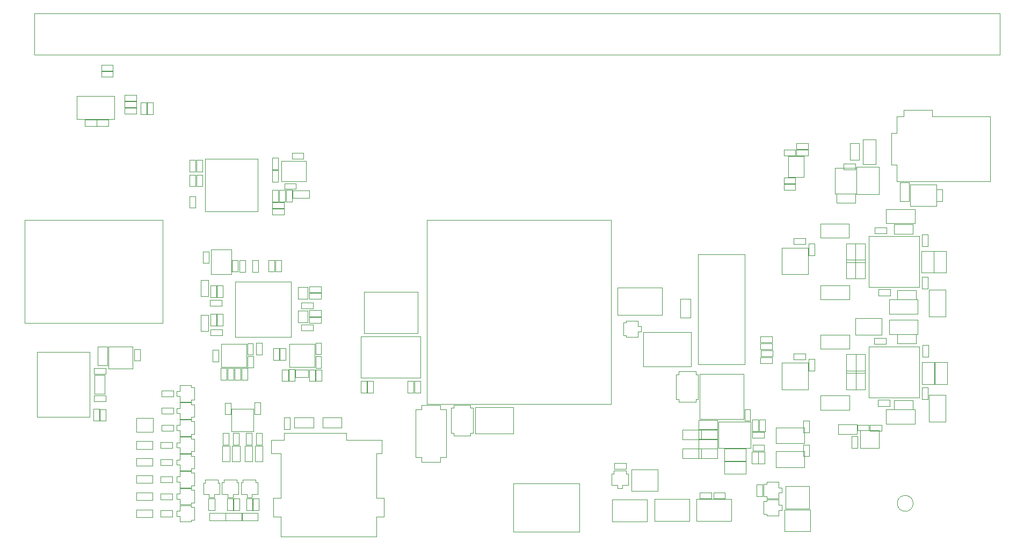
<source format=gbr>
G04 #@! TF.GenerationSoftware,KiCad,Pcbnew,7.0.11-rc3*
G04 #@! TF.CreationDate,2024-11-10T09:22:13+01:00*
G04 #@! TF.ProjectId,sodimm-ddr5-tester,736f6469-6d6d-42d6-9464-72352d746573,1.2.0*
G04 #@! TF.SameCoordinates,Original*
G04 #@! TF.FileFunction,Other,User*
%FSLAX46Y46*%
G04 Gerber Fmt 4.6, Leading zero omitted, Abs format (unit mm)*
G04 Created by KiCad (PCBNEW 7.0.11-rc3) date 2024-11-10 09:22:13*
%MOMM*%
%LPD*%
G01*
G04 APERTURE LIST*
%ADD10C,0.050000*%
G04 APERTURE END LIST*
D10*
X90230501Y-172446000D02*
X90230501Y-170626000D01*
X91150501Y-172446000D02*
X90230501Y-172446000D01*
X90230501Y-170626000D02*
X91150501Y-170626000D01*
X91150501Y-170626000D02*
X91150501Y-172446000D01*
X94812344Y-168462328D02*
X94812344Y-166642328D01*
X95732344Y-168462328D02*
X94812344Y-168462328D01*
X94812344Y-166642328D02*
X95732344Y-166642328D01*
X95732344Y-166642328D02*
X95732344Y-168462328D01*
X90348501Y-168832000D02*
X93547501Y-168832000D01*
X93547501Y-168832000D02*
X93547501Y-164919000D01*
X93547501Y-164919000D02*
X90348501Y-164919000D01*
X90348501Y-164919000D02*
X90348501Y-168832000D01*
X105845000Y-174550000D02*
X107705000Y-174550000D01*
X105845000Y-175490000D02*
X105845000Y-174550000D01*
X107705000Y-174550000D02*
X107705000Y-175490000D01*
X107705000Y-175490000D02*
X105845000Y-175490000D01*
X105845000Y-175575000D02*
X107705000Y-175575000D01*
X105845000Y-176515000D02*
X105845000Y-175575000D01*
X107705000Y-175575000D02*
X107705000Y-176515000D01*
X107705000Y-176515000D02*
X105845000Y-176515000D01*
X105850000Y-170790000D02*
X107710000Y-170790000D01*
X105850000Y-171730000D02*
X105850000Y-170790000D01*
X107710000Y-170790000D02*
X107710000Y-171730000D01*
X107710000Y-171730000D02*
X105850000Y-171730000D01*
X105850000Y-171790000D02*
X107710000Y-171790000D01*
X105850000Y-172730000D02*
X105850000Y-171790000D01*
X107710000Y-171790000D02*
X107710000Y-172730000D01*
X107710000Y-172730000D02*
X105850000Y-172730000D01*
X94970000Y-183670000D02*
X94970000Y-185530000D01*
X94030000Y-183670000D02*
X94970000Y-183670000D01*
X94970000Y-185530000D02*
X94030000Y-185530000D01*
X94030000Y-185530000D02*
X94030000Y-183670000D01*
X92770000Y-183670000D02*
X92770000Y-185530000D01*
X91830000Y-183670000D02*
X92770000Y-183670000D01*
X92770000Y-185530000D02*
X91830000Y-185530000D01*
X91830000Y-185530000D02*
X91830000Y-183670000D01*
X93892843Y-183668328D02*
X93892843Y-185528328D01*
X92952843Y-183668328D02*
X93892843Y-183668328D01*
X93892843Y-185528328D02*
X92952843Y-185528328D01*
X92952843Y-185528328D02*
X92952843Y-183668328D01*
X96070000Y-183670000D02*
X96070000Y-185530000D01*
X95130000Y-183670000D02*
X96070000Y-183670000D01*
X96070000Y-185530000D02*
X95130000Y-185530000D01*
X95130000Y-185530000D02*
X95130000Y-183670000D01*
X96812344Y-168462328D02*
X96812344Y-166642328D01*
X97732344Y-168462328D02*
X96812344Y-168462328D01*
X96812344Y-166642328D02*
X97732344Y-166642328D01*
X97732344Y-166642328D02*
X97732344Y-168462328D01*
X93599829Y-168457157D02*
X93599829Y-166637157D01*
X94519829Y-168457157D02*
X93599829Y-168457157D01*
X93599829Y-166637157D02*
X94519829Y-166637157D01*
X94519829Y-166637157D02*
X94519829Y-168457157D01*
X98360000Y-179690000D02*
X98360000Y-181510000D01*
X97440000Y-179690000D02*
X98360000Y-179690000D01*
X98360000Y-181510000D02*
X97440000Y-181510000D01*
X97440000Y-181510000D02*
X97440000Y-179690000D01*
X104557344Y-176807328D02*
X106377344Y-176807328D01*
X104557344Y-177727328D02*
X104557344Y-176807328D01*
X106377344Y-176807328D02*
X106377344Y-177727328D01*
X106377344Y-177727328D02*
X104557344Y-177727328D01*
X89910501Y-169735000D02*
X88710501Y-169735000D01*
X88710501Y-169735000D02*
X88710501Y-172335000D01*
X88710501Y-172335000D02*
X89910501Y-172335000D01*
X89910501Y-172335000D02*
X89910501Y-169735000D01*
X90122344Y-172912328D02*
X91982344Y-172912328D01*
X90122344Y-173852328D02*
X90122344Y-172912328D01*
X91982344Y-172912328D02*
X91982344Y-173852328D01*
X91982344Y-173852328D02*
X90122344Y-173852328D01*
X91150501Y-175126000D02*
X91150501Y-176946000D01*
X90230501Y-175126000D02*
X91150501Y-175126000D01*
X91150501Y-176946000D02*
X90230501Y-176946000D01*
X90230501Y-176946000D02*
X90230501Y-175126000D01*
X92149001Y-175125000D02*
X92149001Y-176945000D01*
X91229001Y-175125000D02*
X92149001Y-175125000D01*
X92149001Y-176945000D02*
X91229001Y-176945000D01*
X91229001Y-176945000D02*
X91229001Y-175125000D01*
X88710501Y-177835000D02*
X89910501Y-177835000D01*
X89910501Y-177835000D02*
X89910501Y-175235000D01*
X89910501Y-175235000D02*
X88710501Y-175235000D01*
X88710501Y-175235000D02*
X88710501Y-177835000D01*
X89983501Y-165265000D02*
X89983501Y-167085000D01*
X89063501Y-165265000D02*
X89983501Y-165265000D01*
X89983501Y-167085000D02*
X89063501Y-167085000D01*
X89063501Y-167085000D02*
X89063501Y-165265000D01*
X102760200Y-191487299D02*
X102760200Y-193347299D01*
X101820200Y-191487299D02*
X102760200Y-191487299D01*
X102760200Y-193347299D02*
X101820200Y-193347299D01*
X101820200Y-193347299D02*
X101820200Y-191487299D01*
X91229001Y-172445000D02*
X91229001Y-170625000D01*
X92149001Y-172445000D02*
X91229001Y-172445000D01*
X91229001Y-170625000D02*
X92149001Y-170625000D01*
X92149001Y-170625000D02*
X92149001Y-172445000D01*
X99387344Y-168452328D02*
X99387344Y-166632328D01*
X100307344Y-168452328D02*
X99387344Y-168452328D01*
X99387344Y-166632328D02*
X100307344Y-166632328D01*
X100307344Y-166632328D02*
X100307344Y-168452328D01*
X100467344Y-168452328D02*
X100467344Y-166632328D01*
X101387344Y-168452328D02*
X100467344Y-168452328D01*
X100467344Y-166632328D02*
X101387344Y-166632328D01*
X101387344Y-166632328D02*
X101387344Y-168452328D01*
X104558344Y-173307328D02*
X106378344Y-173307328D01*
X104558344Y-174227328D02*
X104558344Y-173307328D01*
X106378344Y-173307328D02*
X106378344Y-174227328D01*
X106378344Y-174227328D02*
X104558344Y-174227328D01*
X99990501Y-158498851D02*
X101810501Y-158498851D01*
X99990501Y-159418851D02*
X99990501Y-158498851D01*
X101810501Y-158498851D02*
X101810501Y-159418851D01*
X101810501Y-159418851D02*
X99990501Y-159418851D01*
X99990501Y-157498851D02*
X101810501Y-157498851D01*
X99990501Y-158418851D02*
X99990501Y-157498851D01*
X101810501Y-157498851D02*
X101810501Y-158418851D01*
X101810501Y-158418851D02*
X99990501Y-158418851D01*
X99940501Y-157368851D02*
X99940501Y-155548851D01*
X100860501Y-157368851D02*
X99940501Y-157368851D01*
X99940501Y-155548851D02*
X100860501Y-155548851D01*
X100860501Y-155548851D02*
X100860501Y-157368851D01*
X88960501Y-153148851D02*
X88960501Y-154968851D01*
X88040501Y-153148851D02*
X88960501Y-153148851D01*
X88960501Y-154968851D02*
X88040501Y-154968851D01*
X88040501Y-154968851D02*
X88040501Y-153148851D01*
X101040501Y-157368851D02*
X101040501Y-155548851D01*
X101960501Y-157368851D02*
X101040501Y-157368851D01*
X101040501Y-155548851D02*
X101960501Y-155548851D01*
X101960501Y-155548851D02*
X101960501Y-157368851D01*
X88040501Y-152643157D02*
X88040501Y-150823157D01*
X88960501Y-152643157D02*
X88040501Y-152643157D01*
X88040501Y-150823157D02*
X88960501Y-150823157D01*
X88960501Y-150823157D02*
X88960501Y-152643157D01*
X102140501Y-157368851D02*
X102140501Y-155548851D01*
X103060501Y-157368851D02*
X102140501Y-157368851D01*
X102140501Y-155548851D02*
X103060501Y-155548851D01*
X103060501Y-155548851D02*
X103060501Y-157368851D01*
X87860501Y-156548851D02*
X87860501Y-158368851D01*
X86940501Y-156548851D02*
X87860501Y-156548851D01*
X87860501Y-158368851D02*
X86940501Y-158368851D01*
X86940501Y-158368851D02*
X86940501Y-156548851D01*
X87860501Y-153148851D02*
X87860501Y-154968851D01*
X86940501Y-153148851D02*
X87860501Y-153148851D01*
X87860501Y-154968851D02*
X86940501Y-154968851D01*
X86940501Y-154968851D02*
X86940501Y-153148851D01*
X86940501Y-152643157D02*
X86940501Y-150823157D01*
X87860501Y-152643157D02*
X86940501Y-152643157D01*
X86940501Y-150823157D02*
X87860501Y-150823157D01*
X87860501Y-150823157D02*
X87860501Y-152643157D01*
X103710501Y-155418851D02*
X101890501Y-155418851D01*
X103710501Y-154498851D02*
X103710501Y-155418851D01*
X101890501Y-155418851D02*
X101890501Y-154498851D01*
X101890501Y-154498851D02*
X103710501Y-154498851D01*
X103090501Y-149698851D02*
X104910501Y-149698851D01*
X103090501Y-150618851D02*
X103090501Y-149698851D01*
X104910501Y-149698851D02*
X104910501Y-150618851D01*
X104910501Y-150618851D02*
X103090501Y-150618851D01*
X105800501Y-156823149D02*
X103200501Y-156823149D01*
X103200501Y-156823149D02*
X103200501Y-155623149D01*
X103200501Y-155623149D02*
X105800501Y-155623149D01*
X105800501Y-155623149D02*
X105800501Y-156823149D01*
X100870501Y-150428851D02*
X100870501Y-152288851D01*
X99930501Y-150428851D02*
X100870501Y-150428851D01*
X100870501Y-152288851D02*
X99930501Y-152288851D01*
X99930501Y-152288851D02*
X99930501Y-150428851D01*
X99930501Y-154288851D02*
X99930501Y-152428851D01*
X100870501Y-154288851D02*
X99930501Y-154288851D01*
X99930501Y-152428851D02*
X100870501Y-152428851D01*
X100870501Y-152428851D02*
X100870501Y-154288851D01*
X101393501Y-151008851D02*
X105306501Y-151008851D01*
X105306501Y-151008851D02*
X105306501Y-154207851D01*
X105306501Y-154207851D02*
X101393501Y-154207851D01*
X101393501Y-154207851D02*
X101393501Y-151008851D01*
X97700501Y-150636000D02*
X89400501Y-150636000D01*
X89400501Y-150636000D02*
X89400501Y-158936000D01*
X89400501Y-158936000D02*
X97700501Y-158936000D01*
X97700501Y-158936000D02*
X97700501Y-150636000D01*
X153375501Y-189301000D02*
X124375501Y-189301000D01*
X124375501Y-189301000D02*
X124375501Y-160301000D01*
X124375501Y-160301000D02*
X153375501Y-160301000D01*
X153375501Y-160301000D02*
X153375501Y-189301000D01*
X90270000Y-177530000D02*
X92130000Y-177530000D01*
X90270000Y-178470000D02*
X90270000Y-177530000D01*
X92130000Y-177530000D02*
X92130000Y-178470000D01*
X92130000Y-178470000D02*
X90270000Y-178470000D01*
X171219500Y-198334502D02*
X174619500Y-198334502D01*
X171219500Y-200294502D02*
X171219500Y-198334502D01*
X174619500Y-198334502D02*
X174619500Y-200294502D01*
X174619500Y-200294502D02*
X171219500Y-200294502D01*
X78533900Y-142494299D02*
X76673900Y-142494299D01*
X78533900Y-141554299D02*
X78533900Y-142494299D01*
X76673900Y-142494299D02*
X76673900Y-141554299D01*
X76673900Y-141554299D02*
X78533900Y-141554299D01*
X89401063Y-201239860D02*
X91401063Y-201239860D01*
X91701063Y-201739860D02*
X91401063Y-201739860D01*
X91701063Y-201739860D02*
X91701063Y-203539860D01*
X91401063Y-201739860D02*
X91401063Y-201239860D01*
X89401063Y-201739860D02*
X89401063Y-201239860D01*
X89101063Y-201739860D02*
X89401063Y-201739860D01*
X91701063Y-203539860D02*
X90801063Y-203539860D01*
X90801063Y-203539860D02*
X90801063Y-204039860D01*
X90001063Y-203539860D02*
X89101063Y-203539860D01*
X89101063Y-203539860D02*
X89101063Y-201739860D01*
X90801063Y-204039860D02*
X90001063Y-204039860D01*
X90001063Y-204039860D02*
X90001063Y-203539860D01*
X201780000Y-178293000D02*
X197220000Y-178293000D01*
X201780000Y-176053000D02*
X201780000Y-178293000D01*
X197220000Y-178293000D02*
X197220000Y-176053000D01*
X197220000Y-176053000D02*
X201780000Y-176053000D01*
X198020000Y-188745000D02*
X200980000Y-188745000D01*
X198020000Y-190205000D02*
X198020000Y-188745000D01*
X200980000Y-188745000D02*
X200980000Y-190205000D01*
X200980000Y-190205000D02*
X198020000Y-190205000D01*
X98466100Y-195910400D02*
X97254900Y-195910400D01*
X97254900Y-195910400D02*
X97254900Y-198399600D01*
X97254900Y-198399600D02*
X98466100Y-198399600D01*
X98466100Y-198399600D02*
X98466100Y-195910400D01*
X78590000Y-197891400D02*
X81079200Y-197891400D01*
X81079200Y-197891400D02*
X81079200Y-199102600D01*
X81079200Y-199102600D02*
X78590000Y-199102600D01*
X78590000Y-199102600D02*
X78590000Y-197891400D01*
X192015501Y-184403000D02*
X192015501Y-181443000D01*
X193475501Y-184403000D02*
X192015501Y-184403000D01*
X192015501Y-181443000D02*
X193475501Y-181443000D01*
X193475501Y-181443000D02*
X193475501Y-184403000D01*
X92496500Y-190939600D02*
X92496500Y-189119600D01*
X93416500Y-190939600D02*
X92496500Y-190939600D01*
X92496500Y-189119600D02*
X93416500Y-189119600D01*
X93416500Y-189119600D02*
X93416500Y-190939600D01*
X198045000Y-160992000D02*
X201005000Y-160992000D01*
X198045000Y-162452000D02*
X198045000Y-160992000D01*
X201005000Y-160992000D02*
X201005000Y-162452000D01*
X201005000Y-162452000D02*
X198045000Y-162452000D01*
X87714500Y-186673000D02*
X87714500Y-188673000D01*
X87214500Y-188973000D02*
X87214500Y-188673000D01*
X87214500Y-188973000D02*
X85414500Y-188973000D01*
X87214500Y-188673000D02*
X87714500Y-188673000D01*
X87214500Y-186673000D02*
X87714500Y-186673000D01*
X87214500Y-186373000D02*
X87214500Y-186673000D01*
X85414500Y-188973000D02*
X85414500Y-188073000D01*
X85414500Y-188073000D02*
X84914500Y-188073000D01*
X85414500Y-187273000D02*
X85414500Y-186373000D01*
X85414500Y-186373000D02*
X87214500Y-186373000D01*
X84914500Y-188073000D02*
X84914500Y-187273000D01*
X84914500Y-187273000D02*
X85414500Y-187273000D01*
X194060000Y-193510000D02*
X192240000Y-193510000D01*
X194060000Y-192590000D02*
X194060000Y-193510000D01*
X192240000Y-193510000D02*
X192240000Y-192590000D01*
X192240000Y-192590000D02*
X194060000Y-192590000D01*
X100130000Y-182380000D02*
X100130000Y-180520000D01*
X101070000Y-182380000D02*
X100130000Y-182380000D01*
X100130000Y-180520000D02*
X101070000Y-180520000D01*
X101070000Y-180520000D02*
X101070000Y-182380000D01*
X196811001Y-162392000D02*
X194951001Y-162392000D01*
X196811001Y-161452000D02*
X196811001Y-162392000D01*
X194951001Y-162392000D02*
X194951001Y-161452000D01*
X194951001Y-161452000D02*
X196811001Y-161452000D01*
X102470000Y-183870000D02*
X102470000Y-185730000D01*
X101530000Y-183870000D02*
X102470000Y-183870000D01*
X102470000Y-185730000D02*
X101530000Y-185730000D01*
X101530000Y-185730000D02*
X101530000Y-183870000D01*
X82712700Y-160262487D02*
X60913700Y-160262487D01*
X60913700Y-160262487D02*
X60913700Y-176562487D01*
X60913700Y-176562487D02*
X82712700Y-176562487D01*
X82712700Y-176562487D02*
X82712700Y-160262487D01*
X190438501Y-166952000D02*
X190438501Y-163992000D01*
X191898501Y-166952000D02*
X190438501Y-166952000D01*
X190438501Y-163992000D02*
X191898501Y-163992000D01*
X191898501Y-163992000D02*
X191898501Y-166952000D01*
X170135501Y-194844502D02*
X167175501Y-194844502D01*
X170135501Y-193384502D02*
X170135501Y-194844502D01*
X167175501Y-194844502D02*
X167175501Y-193384502D01*
X167175501Y-193384502D02*
X170135501Y-193384502D01*
X96883063Y-206073400D02*
X96883063Y-204213400D01*
X97823063Y-206073400D02*
X96883063Y-206073400D01*
X96883063Y-204213400D02*
X97823063Y-204213400D01*
X97823063Y-204213400D02*
X97823063Y-206073400D01*
X169546800Y-203273400D02*
X171366800Y-203273400D01*
X169546800Y-204193400D02*
X169546800Y-203273400D01*
X171366800Y-203273400D02*
X171366800Y-204193400D01*
X171366800Y-204193400D02*
X169546800Y-204193400D01*
X195128400Y-147572600D02*
X193128400Y-147572600D01*
X193128400Y-147572600D02*
X193128400Y-151472600D01*
X193128400Y-151472600D02*
X195128400Y-151472600D01*
X195128400Y-151472600D02*
X195128400Y-147572600D01*
X190060159Y-151369699D02*
X191880159Y-151369699D01*
X190060159Y-152289699D02*
X190060159Y-151369699D01*
X191880159Y-151369699D02*
X191880159Y-152289699D01*
X191880159Y-152289699D02*
X190060159Y-152289699D01*
X198515501Y-178343000D02*
X201475501Y-178343000D01*
X198515501Y-179803000D02*
X198515501Y-178343000D01*
X201475501Y-178343000D02*
X201475501Y-179803000D01*
X201475501Y-179803000D02*
X198515501Y-179803000D01*
X82379200Y-203431000D02*
X84239200Y-203431000D01*
X82379200Y-204371000D02*
X82379200Y-203431000D01*
X84239200Y-203431000D02*
X84239200Y-204371000D01*
X84239200Y-204371000D02*
X82379200Y-204371000D01*
X201280000Y-192445000D02*
X196720000Y-192445000D01*
X201280000Y-190205000D02*
X201280000Y-192445000D01*
X196720000Y-192445000D02*
X196720000Y-190205000D01*
X196720000Y-190205000D02*
X201280000Y-190205000D01*
X62450501Y-127690000D02*
X214680501Y-127690000D01*
X214680501Y-127690000D02*
X214680501Y-134240000D01*
X214680501Y-134240000D02*
X62450501Y-134240000D01*
X62450501Y-134240000D02*
X62450501Y-127690000D01*
X153586000Y-204396400D02*
X159085000Y-204396400D01*
X159085000Y-204396400D02*
X159085000Y-207895400D01*
X159085000Y-207895400D02*
X153586000Y-207895400D01*
X153586000Y-207895400D02*
X153586000Y-204396400D01*
X201780000Y-175095000D02*
X197220000Y-175095000D01*
X201780000Y-172855000D02*
X201780000Y-175095000D01*
X197220000Y-175095000D02*
X197220000Y-172855000D01*
X197220000Y-172855000D02*
X201780000Y-172855000D01*
X171219503Y-196396000D02*
X174619503Y-196396000D01*
X171219503Y-198356000D02*
X171219503Y-196396000D01*
X174619503Y-196396000D02*
X174619503Y-198356000D01*
X174619503Y-198356000D02*
X171219503Y-198356000D01*
X190935500Y-163121000D02*
X186375500Y-163121000D01*
X190935500Y-160881000D02*
X190935500Y-163121000D01*
X186375500Y-163121000D02*
X186375500Y-160881000D01*
X186375500Y-160881000D02*
X190935500Y-160881000D01*
X198501001Y-171392000D02*
X201461001Y-171392000D01*
X198501001Y-172852000D02*
X198501001Y-171392000D01*
X201461001Y-171392000D02*
X201461001Y-172852000D01*
X201461001Y-172852000D02*
X198501001Y-172852000D01*
X191898501Y-166592000D02*
X191898501Y-169552000D01*
X190438501Y-166592000D02*
X191898501Y-166592000D01*
X191898501Y-169552000D02*
X190438501Y-169552000D01*
X190438501Y-169552000D02*
X190438501Y-166592000D01*
X158450501Y-177975000D02*
X158450501Y-183375000D01*
X158450501Y-183375000D02*
X166050501Y-183375000D01*
X166050501Y-177975000D02*
X158450501Y-177975000D01*
X166050501Y-183375000D02*
X166050501Y-177975000D01*
X105560000Y-174610000D02*
X104060000Y-174610000D01*
X104060000Y-174610000D02*
X104060000Y-176460000D01*
X104060000Y-176460000D02*
X105560000Y-176460000D01*
X105560000Y-176460000D02*
X105560000Y-174610000D01*
X93786500Y-195774600D02*
X93786500Y-193914600D01*
X94726500Y-195774600D02*
X93786500Y-195774600D01*
X93786500Y-193914600D02*
X94726500Y-193914600D01*
X94726500Y-193914600D02*
X94726500Y-195774600D01*
X176982500Y-180845000D02*
X178842500Y-180845000D01*
X176982500Y-181785000D02*
X176982500Y-180845000D01*
X178842500Y-180845000D02*
X178842500Y-181785000D01*
X178842500Y-181785000D02*
X176982500Y-181785000D01*
X196101000Y-178414000D02*
X191900000Y-178414000D01*
X191900000Y-178414000D02*
X191900000Y-175788000D01*
X191900000Y-175788000D02*
X196101000Y-175788000D01*
X196101000Y-175788000D02*
X196101000Y-178414000D01*
X177475000Y-203925600D02*
X177475000Y-201925600D01*
X177975000Y-201625600D02*
X177975000Y-201925600D01*
X177975000Y-201625600D02*
X179775000Y-201625600D01*
X177975000Y-201925600D02*
X177475000Y-201925600D01*
X177975000Y-203925600D02*
X177475000Y-203925600D01*
X177975000Y-204225600D02*
X177975000Y-203925600D01*
X179775000Y-201625600D02*
X179775000Y-202525600D01*
X179775000Y-202525600D02*
X180275000Y-202525600D01*
X179775000Y-203325600D02*
X179775000Y-204225600D01*
X179775000Y-204225600D02*
X177975000Y-204225600D01*
X180275000Y-202525600D02*
X180275000Y-203325600D01*
X180275000Y-203325600D02*
X179775000Y-203325600D01*
X175419501Y-192155501D02*
X170321501Y-192155501D01*
X170321501Y-192155501D02*
X170321501Y-196276501D01*
X170321501Y-196276501D02*
X175419501Y-196276501D01*
X175419501Y-196276501D02*
X175419501Y-192155501D01*
X153902600Y-198673800D02*
X155762600Y-198673800D01*
X153902600Y-199613800D02*
X153902600Y-198673800D01*
X155762600Y-198673800D02*
X155762600Y-199613800D01*
X155762600Y-199613800D02*
X153902600Y-199613800D01*
X75047900Y-144344800D02*
X75047900Y-140744800D01*
X75047900Y-144344800D02*
X69147900Y-144344800D01*
X75047900Y-140744800D02*
X69147900Y-140744800D01*
X69147900Y-144344800D02*
X69147900Y-140744800D01*
X92186500Y-195774600D02*
X92186500Y-193914600D01*
X93126500Y-195774600D02*
X92186500Y-195774600D01*
X92186500Y-193914600D02*
X93126500Y-193914600D01*
X93126500Y-193914600D02*
X93126500Y-195774600D01*
X184610000Y-195740000D02*
X184610000Y-197560000D01*
X183690000Y-195740000D02*
X184610000Y-195740000D01*
X184610000Y-197560000D02*
X183690000Y-197560000D01*
X183690000Y-197560000D02*
X183690000Y-195740000D01*
X184610000Y-191990000D02*
X184610000Y-193810000D01*
X183690000Y-191990000D02*
X184610000Y-191990000D01*
X184610000Y-193810000D02*
X183690000Y-193810000D01*
X183690000Y-193810000D02*
X183690000Y-191990000D01*
X82379200Y-200731000D02*
X84239200Y-200731000D01*
X82379200Y-201671000D02*
X82379200Y-200731000D01*
X84239200Y-200731000D02*
X84239200Y-201671000D01*
X84239200Y-201671000D02*
X82379200Y-201671000D01*
X200591899Y-154712600D02*
X200591899Y-158112600D01*
X200591899Y-158112600D02*
X204691899Y-158112600D01*
X204691899Y-154712600D02*
X200591899Y-154712600D01*
X204691899Y-158112600D02*
X204691899Y-154712600D01*
X107711000Y-179674000D02*
X107711000Y-181494000D01*
X106791000Y-179674000D02*
X107711000Y-179674000D01*
X107711000Y-181494000D02*
X106791000Y-181494000D01*
X106791000Y-181494000D02*
X106791000Y-179674000D01*
X165900000Y-175700000D02*
X164300000Y-175700000D01*
X164300000Y-175700000D02*
X164300000Y-172701000D01*
X164300000Y-172701000D02*
X165900000Y-172701000D01*
X165900000Y-172701000D02*
X165900000Y-175700000D01*
X184487107Y-182814000D02*
X180287107Y-182814000D01*
X180287107Y-182814000D02*
X180287107Y-187014000D01*
X184487107Y-187014000D02*
X184487107Y-182814000D01*
X180287107Y-187014000D02*
X184487107Y-187014000D01*
X96960000Y-179740000D02*
X96960000Y-181560000D01*
X96040000Y-179740000D02*
X96960000Y-179740000D01*
X96960000Y-181560000D02*
X96040000Y-181560000D01*
X96040000Y-181560000D02*
X96040000Y-179740000D01*
X202475501Y-181875500D02*
X202475501Y-180015500D01*
X203415501Y-181875500D02*
X202475501Y-181875500D01*
X202475501Y-180015500D02*
X203415501Y-180015500D01*
X203415501Y-180015500D02*
X203415501Y-181875500D01*
X182640000Y-149215000D02*
X184460000Y-149215000D01*
X182640000Y-150135000D02*
X182640000Y-149215000D01*
X184460000Y-149215000D02*
X184460000Y-150135000D01*
X184460000Y-150135000D02*
X182640000Y-150135000D01*
X196725501Y-179880500D02*
X194865501Y-179880500D01*
X196725501Y-178940500D02*
X196725501Y-179880500D01*
X194865501Y-179880500D02*
X194865501Y-178940500D01*
X194865501Y-178940500D02*
X196725501Y-178940500D01*
X202411001Y-164402000D02*
X202411001Y-162542000D01*
X203351001Y-164402000D02*
X202411001Y-164402000D01*
X202411001Y-162542000D02*
X203351001Y-162542000D01*
X203351001Y-162542000D02*
X203351001Y-164402000D01*
X170135502Y-193344501D02*
X167175502Y-193344501D01*
X170135502Y-191884501D02*
X170135502Y-193344501D01*
X167175502Y-193344501D02*
X167175502Y-191884501D01*
X167175502Y-191884501D02*
X170135502Y-191884501D01*
X164050000Y-189011000D02*
X166750000Y-189010000D01*
X163650000Y-188570000D02*
X164050000Y-188570000D01*
X164050000Y-188570000D02*
X164050000Y-189010000D01*
X166750000Y-188570000D02*
X166750000Y-189010000D01*
X166750000Y-188570000D02*
X167150000Y-188570000D01*
X163650000Y-184641000D02*
X163650000Y-188571000D01*
X163650000Y-184641000D02*
X164050000Y-184641000D01*
X166750000Y-184640000D02*
X167150000Y-184640000D01*
X167150000Y-184640000D02*
X167150000Y-188570000D01*
X164050000Y-184201000D02*
X164050000Y-184641000D01*
X164050000Y-184201000D02*
X166750000Y-184200000D01*
X166750000Y-184200000D02*
X166750000Y-184640000D01*
X177475000Y-206675600D02*
X177475000Y-204675600D01*
X177975000Y-204375600D02*
X177975000Y-204675600D01*
X177975000Y-204375600D02*
X179775000Y-204375600D01*
X177975000Y-204675600D02*
X177475000Y-204675600D01*
X177975000Y-206675600D02*
X177475000Y-206675600D01*
X177975000Y-206975600D02*
X177975000Y-206675600D01*
X179775000Y-204375600D02*
X179775000Y-205275600D01*
X179775000Y-205275600D02*
X180275000Y-205275600D01*
X179775000Y-206075600D02*
X179775000Y-206975600D01*
X179775000Y-206975600D02*
X177975000Y-206975600D01*
X180275000Y-205275600D02*
X180275000Y-206075600D01*
X180275000Y-206075600D02*
X179775000Y-206075600D01*
X179400000Y-196800000D02*
X183900000Y-196800000D01*
X179400000Y-199300000D02*
X179400000Y-196800000D01*
X183900000Y-196800000D02*
X183900000Y-199300000D01*
X183900000Y-199300000D02*
X179400000Y-199300000D01*
X74176000Y-145437800D02*
X72316000Y-145437800D01*
X74176000Y-144497800D02*
X74176000Y-145437800D01*
X72316000Y-145437800D02*
X72316000Y-144497800D01*
X72316000Y-144497800D02*
X74176000Y-144497800D01*
X177679502Y-191804502D02*
X177679502Y-193624502D01*
X176759502Y-191804502D02*
X177679502Y-191804502D01*
X177679502Y-193624502D02*
X176759502Y-193624502D01*
X176759502Y-193624502D02*
X176759502Y-191804502D01*
X71825899Y-187960800D02*
X73685899Y-187960800D01*
X71825899Y-188900800D02*
X71825899Y-187960800D01*
X73685899Y-187960800D02*
X73685899Y-188900800D01*
X73685899Y-188900800D02*
X71825899Y-188900800D01*
X201331501Y-160819000D02*
X196771501Y-160819000D01*
X201331501Y-158579000D02*
X201331501Y-160819000D01*
X196771501Y-160819000D02*
X196771501Y-158579000D01*
X196771501Y-158579000D02*
X201331501Y-158579000D01*
X194240000Y-192615000D02*
X196060000Y-192615000D01*
X194240000Y-193535000D02*
X194240000Y-192615000D01*
X196060000Y-192615000D02*
X196060000Y-193535000D01*
X196060000Y-193535000D02*
X194240000Y-193535000D01*
X191938501Y-166952000D02*
X191938501Y-163992000D01*
X193398501Y-166952000D02*
X191938501Y-166952000D01*
X191938501Y-163992000D02*
X193398501Y-163992000D01*
X193398501Y-163992000D02*
X193398501Y-166952000D01*
X167326800Y-203263400D02*
X169186800Y-203263400D01*
X167326800Y-204203400D02*
X167326800Y-203263400D01*
X169186800Y-203263400D02*
X169186800Y-204203400D01*
X169186800Y-204203400D02*
X167326800Y-204203400D01*
X92351063Y-201226321D02*
X94351063Y-201226321D01*
X94651063Y-201726321D02*
X94351063Y-201726321D01*
X94651063Y-201726321D02*
X94651063Y-203526321D01*
X94351063Y-201726321D02*
X94351063Y-201226321D01*
X92351063Y-201726321D02*
X92351063Y-201226321D01*
X92051063Y-201726321D02*
X92351063Y-201726321D01*
X94651063Y-203526321D02*
X93751063Y-203526321D01*
X93751063Y-203526321D02*
X93751063Y-204026321D01*
X92951063Y-203526321D02*
X92051063Y-203526321D01*
X92051063Y-203526321D02*
X92051063Y-201726321D01*
X93751063Y-204026321D02*
X92951063Y-204026321D01*
X92951063Y-204026321D02*
X92951063Y-203526321D01*
X82379200Y-206131000D02*
X84239200Y-206131000D01*
X82379200Y-207071000D02*
X82379200Y-206131000D01*
X84239200Y-206131000D02*
X84239200Y-207071000D01*
X84239200Y-207071000D02*
X82379200Y-207071000D01*
X123350000Y-185150000D02*
X113950000Y-185150000D01*
X113950000Y-185150000D02*
X113950000Y-178650000D01*
X113950000Y-178650000D02*
X123350000Y-178650000D01*
X123350000Y-178650000D02*
X123350000Y-185150000D01*
X77955899Y-180270800D02*
X74155899Y-180270800D01*
X74155899Y-180270800D02*
X74155899Y-183780800D01*
X74155899Y-183780800D02*
X77955899Y-183780800D01*
X77955899Y-183780800D02*
X77955899Y-180270800D01*
X192675000Y-193448000D02*
X195673000Y-193448000D01*
X195673000Y-193448000D02*
X195673000Y-196250000D01*
X195673000Y-196250000D02*
X192675000Y-196250000D01*
X192675000Y-196250000D02*
X192675000Y-193448000D01*
X176970000Y-178645000D02*
X178830000Y-178645000D01*
X176970000Y-179585000D02*
X176970000Y-178645000D01*
X178830000Y-178645000D02*
X178830000Y-179585000D01*
X178830000Y-179585000D02*
X176970000Y-179585000D01*
X82379200Y-195331000D02*
X84239200Y-195331000D01*
X82379200Y-196271000D02*
X82379200Y-195331000D01*
X84239200Y-195331000D02*
X84239200Y-196271000D01*
X84239200Y-196271000D02*
X82379200Y-196271000D01*
X87709200Y-202901000D02*
X87709200Y-204901000D01*
X87209200Y-205201000D02*
X87209200Y-204901000D01*
X87209200Y-205201000D02*
X85409200Y-205201000D01*
X87209200Y-204901000D02*
X87709200Y-204901000D01*
X87209200Y-202901000D02*
X87709200Y-202901000D01*
X87209200Y-202601000D02*
X87209200Y-202901000D01*
X85409200Y-205201000D02*
X85409200Y-204301000D01*
X85409200Y-204301000D02*
X84909200Y-204301000D01*
X85409200Y-203501000D02*
X85409200Y-202601000D01*
X85409200Y-202601000D02*
X87209200Y-202601000D01*
X84909200Y-204301000D02*
X84909200Y-203501000D01*
X84909200Y-203501000D02*
X85409200Y-203501000D01*
X190515501Y-184403000D02*
X190515501Y-181443000D01*
X191975501Y-184403000D02*
X190515501Y-184403000D01*
X190515501Y-181443000D02*
X191975501Y-181443000D01*
X191975501Y-181443000D02*
X191975501Y-184403000D01*
X123320000Y-185670000D02*
X123320000Y-187530000D01*
X122380000Y-185670000D02*
X123320000Y-185670000D01*
X123320000Y-187530000D02*
X122380000Y-187530000D01*
X122380000Y-187530000D02*
X122380000Y-185670000D01*
X201993501Y-162859500D02*
X193994501Y-162859500D01*
X193994501Y-162859500D02*
X193994501Y-170858500D01*
X193994501Y-170858500D02*
X201993501Y-170858500D01*
X201993501Y-170858500D02*
X201993501Y-162859500D01*
X202020501Y-180310500D02*
X194021501Y-180310500D01*
X194021501Y-180310500D02*
X194021501Y-188309500D01*
X194021501Y-188309500D02*
X202020501Y-188309500D01*
X202020501Y-188309500D02*
X202020501Y-180310500D01*
X93893063Y-206083400D02*
X93893063Y-204223400D01*
X94833063Y-206083400D02*
X93893063Y-206083400D01*
X93893063Y-204223400D02*
X94833063Y-204223400D01*
X94833063Y-204223400D02*
X94833063Y-206083400D01*
X82565100Y-189903000D02*
X84425100Y-189903000D01*
X82565100Y-190843000D02*
X82565100Y-189903000D01*
X84425100Y-189903000D02*
X84425100Y-190843000D01*
X84425100Y-190843000D02*
X82565100Y-190843000D01*
X79208900Y-143584299D02*
X79208900Y-141724299D01*
X80148900Y-143584299D02*
X79208900Y-143584299D01*
X79208900Y-141724299D02*
X80148900Y-141724299D01*
X80148900Y-141724299D02*
X80148900Y-143584299D01*
X181291000Y-153525000D02*
X183791000Y-153525000D01*
X181291000Y-153525000D02*
X181291000Y-150225000D01*
X183791000Y-153525000D02*
X183791000Y-150225000D01*
X181291000Y-150225000D02*
X183791000Y-150225000D01*
X197325501Y-189630500D02*
X195465501Y-189630500D01*
X197325501Y-188690500D02*
X197325501Y-189630500D01*
X195465501Y-189630500D02*
X195465501Y-188690500D01*
X195465501Y-188690500D02*
X197325501Y-188690500D01*
X192205000Y-194030000D02*
X189245000Y-194030000D01*
X192205000Y-192570000D02*
X192205000Y-194030000D01*
X189245000Y-194030000D02*
X189245000Y-192570000D01*
X189245000Y-192570000D02*
X192205000Y-192570000D01*
X132000000Y-189799000D02*
X137999000Y-189799000D01*
X137999000Y-189799000D02*
X137999000Y-194000000D01*
X137999000Y-194000000D02*
X132000000Y-194000000D01*
X132000000Y-194000000D02*
X132000000Y-189799000D01*
X107770000Y-183870000D02*
X107770000Y-185730000D01*
X106830000Y-183870000D02*
X107770000Y-183870000D01*
X107770000Y-185730000D02*
X106830000Y-185730000D01*
X106830000Y-185730000D02*
X106830000Y-183870000D01*
X95883063Y-206086321D02*
X95883063Y-204226321D01*
X96823063Y-206086321D02*
X95883063Y-206086321D01*
X95883063Y-204226321D02*
X96823063Y-204226321D01*
X96823063Y-204226321D02*
X96823063Y-206086321D01*
X200421899Y-154382600D02*
X200421899Y-157342600D01*
X198961899Y-154382600D02*
X200421899Y-154382600D01*
X200421899Y-157342600D02*
X198961899Y-157342600D01*
X198961899Y-157342600D02*
X198961899Y-154382600D01*
X103449200Y-193037800D02*
X106448200Y-193037800D01*
X106448200Y-193037800D02*
X106448200Y-191437800D01*
X106448200Y-191437800D02*
X103449200Y-191437800D01*
X103449200Y-191437800D02*
X103449200Y-193037800D01*
X105560000Y-170910000D02*
X104060000Y-170910000D01*
X104060000Y-170910000D02*
X104060000Y-172760000D01*
X104060000Y-172760000D02*
X105560000Y-172760000D01*
X105560000Y-172760000D02*
X105560000Y-170910000D01*
X203365501Y-186730500D02*
X203365501Y-188590500D01*
X202425501Y-186730500D02*
X203365501Y-186730500D01*
X203365501Y-188590500D02*
X202425501Y-188590500D01*
X202425501Y-188590500D02*
X202425501Y-186730500D01*
X82565100Y-187210600D02*
X84425100Y-187210600D01*
X82565100Y-188150600D02*
X82565100Y-187210600D01*
X84425100Y-187210600D02*
X84425100Y-188150600D01*
X84425100Y-188150600D02*
X82565100Y-188150600D01*
X106651000Y-179835000D02*
X102701000Y-179835000D01*
X102701000Y-179835000D02*
X102701000Y-183485000D01*
X102701000Y-183485000D02*
X106651000Y-183485000D01*
X106651000Y-183485000D02*
X106651000Y-179835000D01*
X204415501Y-186160500D02*
X204415501Y-182760500D01*
X206375501Y-186160500D02*
X204415501Y-186160500D01*
X204415501Y-182760500D02*
X206375501Y-182760500D01*
X206375501Y-182760500D02*
X206375501Y-186160500D01*
X182460000Y-150110000D02*
X180640000Y-150110000D01*
X182460000Y-149190000D02*
X182460000Y-150110000D01*
X180640000Y-150110000D02*
X180640000Y-149190000D01*
X180640000Y-149190000D02*
X182460000Y-149190000D01*
X190955000Y-172820000D02*
X186395000Y-172820000D01*
X190955000Y-170580000D02*
X190955000Y-172820000D01*
X186395000Y-172820000D02*
X186395000Y-170580000D01*
X186395000Y-170580000D02*
X190955000Y-170580000D01*
X81162900Y-141737299D02*
X81162900Y-143597299D01*
X80222900Y-141737299D02*
X81162900Y-141737299D01*
X81162900Y-143597299D02*
X80222900Y-143597299D01*
X80222900Y-143597299D02*
X80222900Y-141737299D01*
X192068901Y-156225600D02*
X195628901Y-156225600D01*
X192068901Y-156225600D02*
X192068901Y-151865600D01*
X195628901Y-156225600D02*
X195628901Y-151865600D01*
X192068901Y-151865600D02*
X195628901Y-151865600D01*
X87709200Y-194801000D02*
X87709200Y-196801000D01*
X87209200Y-197101000D02*
X87209200Y-196801000D01*
X87209200Y-197101000D02*
X85409200Y-197101000D01*
X87209200Y-196801000D02*
X87709200Y-196801000D01*
X87209200Y-194801000D02*
X87709200Y-194801000D01*
X87209200Y-194501000D02*
X87209200Y-194801000D01*
X85409200Y-197101000D02*
X85409200Y-196201000D01*
X85409200Y-196201000D02*
X84909200Y-196201000D01*
X85409200Y-195401000D02*
X85409200Y-194501000D01*
X85409200Y-194501000D02*
X87209200Y-194501000D01*
X84909200Y-196201000D02*
X84909200Y-195401000D01*
X84909200Y-195401000D02*
X85409200Y-195401000D01*
X191305000Y-196265000D02*
X191305000Y-194405000D01*
X192245000Y-196265000D02*
X191305000Y-196265000D01*
X191305000Y-194405000D02*
X192245000Y-194405000D01*
X192245000Y-194405000D02*
X192245000Y-196265000D01*
X78590000Y-205991400D02*
X81079200Y-205991400D01*
X81079200Y-205991400D02*
X81079200Y-207202600D01*
X81079200Y-207202600D02*
X78590000Y-207202600D01*
X78590000Y-207202600D02*
X78590000Y-205991400D01*
X82379200Y-198031000D02*
X84239200Y-198031000D01*
X82379200Y-198971000D02*
X82379200Y-198031000D01*
X84239200Y-198031000D02*
X84239200Y-198971000D01*
X84239200Y-198971000D02*
X82379200Y-198971000D01*
X96090000Y-183610000D02*
X96090000Y-181790000D01*
X97010000Y-183610000D02*
X96090000Y-183610000D01*
X96090000Y-181790000D02*
X97010000Y-181790000D01*
X97010000Y-181790000D02*
X97010000Y-183610000D01*
X131250000Y-189489000D02*
X128550000Y-189490000D01*
X131650000Y-189930000D02*
X131250000Y-189930000D01*
X131250000Y-189930000D02*
X131250000Y-189490000D01*
X128550000Y-189930000D02*
X128550000Y-189490000D01*
X128550000Y-189930000D02*
X128150000Y-189930000D01*
X131650000Y-193859000D02*
X131650000Y-189929000D01*
X131650000Y-193859000D02*
X131250000Y-193859000D01*
X128550000Y-193860000D02*
X128150000Y-193860000D01*
X128150000Y-193860000D02*
X128150000Y-189930000D01*
X131250000Y-194299000D02*
X131250000Y-193859000D01*
X131250000Y-194299000D02*
X128550000Y-194300000D01*
X128550000Y-194300000D02*
X128550000Y-193860000D01*
X190980000Y-190220000D02*
X186420000Y-190220000D01*
X190980000Y-187980000D02*
X190980000Y-190220000D01*
X186420000Y-190220000D02*
X186420000Y-187980000D01*
X186420000Y-187980000D02*
X190980000Y-187980000D01*
X96866100Y-195910400D02*
X95654900Y-195910400D01*
X95654900Y-195910400D02*
X95654900Y-198399600D01*
X95654900Y-198399600D02*
X96866100Y-198399600D01*
X96866100Y-198399600D02*
X96866100Y-195910400D01*
X95786500Y-195789600D02*
X95786500Y-193929600D01*
X96726500Y-195789600D02*
X95786500Y-195789600D01*
X95786500Y-193929600D02*
X96726500Y-193929600D01*
X96726500Y-193929600D02*
X96726500Y-195789600D01*
X153787600Y-199843800D02*
X155787600Y-199843800D01*
X156087600Y-200343800D02*
X155787600Y-200343800D01*
X156087600Y-200343800D02*
X156087600Y-202143800D01*
X155787600Y-200343800D02*
X155787600Y-199843800D01*
X153787600Y-200343800D02*
X153787600Y-199843800D01*
X153487600Y-200343800D02*
X153787600Y-200343800D01*
X156087600Y-202143800D02*
X155187600Y-202143800D01*
X155187600Y-202143800D02*
X155187600Y-202643800D01*
X154387600Y-202143800D02*
X153487600Y-202143800D01*
X153487600Y-202143800D02*
X153487600Y-200343800D01*
X155187600Y-202643800D02*
X154387600Y-202643800D01*
X154387600Y-202643800D02*
X154387600Y-202143800D01*
X176300000Y-203900600D02*
X176300000Y-202040600D01*
X177240000Y-203900600D02*
X176300000Y-203900600D01*
X176300000Y-202040600D02*
X177240000Y-202040600D01*
X177240000Y-202040600D02*
X177240000Y-203900600D01*
X92592363Y-207704800D02*
X90103163Y-207704800D01*
X90103163Y-207704800D02*
X90103163Y-206493600D01*
X90103163Y-206493600D02*
X92592363Y-206493600D01*
X92592363Y-206493600D02*
X92592363Y-207704800D01*
X191103400Y-150782600D02*
X192503400Y-150782600D01*
X192503400Y-150782600D02*
X192503400Y-148162600D01*
X192503400Y-148162600D02*
X191103400Y-148162600D01*
X191103400Y-148162600D02*
X191103400Y-150782600D01*
X73555899Y-187730800D02*
X71955899Y-187730800D01*
X71955899Y-187730800D02*
X71955899Y-184731800D01*
X71955899Y-184731800D02*
X73555899Y-184731800D01*
X73555899Y-184731800D02*
X73555899Y-187730800D01*
X165717400Y-207820200D02*
X160218400Y-207820200D01*
X160218400Y-207820200D02*
X160218400Y-204321200D01*
X160218400Y-204321200D02*
X165717400Y-204321200D01*
X165717400Y-204321200D02*
X165717400Y-207820200D01*
X184487107Y-164650000D02*
X180287107Y-164650000D01*
X180287107Y-164650000D02*
X180287107Y-168850000D01*
X184487107Y-168850000D02*
X184487107Y-164650000D01*
X180287107Y-168850000D02*
X184487107Y-168850000D01*
X182631000Y-148190001D02*
X184451000Y-148190001D01*
X182631000Y-149110001D02*
X182631000Y-148190001D01*
X184451000Y-148190001D02*
X184451000Y-149110001D01*
X184451000Y-149110001D02*
X182631000Y-149110001D01*
X93505500Y-190129600D02*
X97004500Y-190129600D01*
X97004500Y-190129600D02*
X97004500Y-193628600D01*
X97004500Y-193628600D02*
X93505500Y-193628600D01*
X93505500Y-193628600D02*
X93505500Y-190129600D01*
X202351001Y-168622000D02*
X202351001Y-165222000D01*
X204311001Y-168622000D02*
X202351001Y-168622000D01*
X202351001Y-165222000D02*
X204311001Y-165222000D01*
X204311001Y-165222000D02*
X204311001Y-168622000D01*
X94866100Y-195910400D02*
X93654900Y-195910400D01*
X93654900Y-195910400D02*
X93654900Y-198399600D01*
X93654900Y-198399600D02*
X94866100Y-198399600D01*
X94866100Y-198399600D02*
X94866100Y-195910400D01*
X97386500Y-195774600D02*
X97386500Y-193914600D01*
X98326500Y-195774600D02*
X97386500Y-195774600D01*
X97386500Y-193914600D02*
X98326500Y-193914600D01*
X98326500Y-193914600D02*
X98326500Y-195774600D01*
X184808800Y-209379800D02*
X184808800Y-205979800D01*
X184808800Y-205979800D02*
X180708800Y-205979800D01*
X180708800Y-209379800D02*
X184808800Y-209379800D01*
X180708800Y-205979800D02*
X180708800Y-209379800D01*
X179400000Y-193050000D02*
X183900000Y-193050000D01*
X179400000Y-195550000D02*
X179400000Y-193050000D01*
X183900000Y-193050000D02*
X183900000Y-195550000D01*
X183900000Y-195550000D02*
X179400000Y-195550000D01*
X115920000Y-185670000D02*
X115920000Y-187530000D01*
X114980000Y-185670000D02*
X115920000Y-185670000D01*
X115920000Y-187530000D02*
X114980000Y-187530000D01*
X114980000Y-187530000D02*
X114980000Y-185670000D01*
X106720000Y-183870000D02*
X106720000Y-185730000D01*
X105780000Y-183870000D02*
X106720000Y-183870000D01*
X106720000Y-185730000D02*
X105780000Y-185730000D01*
X105780000Y-185730000D02*
X105780000Y-183870000D01*
X78590000Y-200591400D02*
X81079200Y-200591400D01*
X81079200Y-200591400D02*
X81079200Y-201802600D01*
X81079200Y-201802600D02*
X78590000Y-201802600D01*
X78590000Y-201802600D02*
X78590000Y-200591400D01*
X154400000Y-170950000D02*
X161400000Y-170950000D01*
X161400000Y-170950000D02*
X161400000Y-175250000D01*
X161400000Y-175250000D02*
X154400000Y-175250000D01*
X154400000Y-175250000D02*
X154400000Y-170950000D01*
X81188300Y-193733600D02*
X78588300Y-193733600D01*
X78588300Y-193733600D02*
X78588300Y-191533600D01*
X78588300Y-191533600D02*
X81188300Y-191533600D01*
X81188300Y-191533600D02*
X81188300Y-193733600D01*
X72474899Y-183260800D02*
X72474899Y-180300800D01*
X73934899Y-183260800D02*
X72474899Y-183260800D01*
X72474899Y-180300800D02*
X73934899Y-180300800D01*
X73934899Y-180300800D02*
X73934899Y-183260800D01*
X180656000Y-153590000D02*
X182476000Y-153590000D01*
X180656000Y-154510000D02*
X180656000Y-153590000D01*
X182476000Y-153590000D02*
X182476000Y-154510000D01*
X182476000Y-154510000D02*
X180656000Y-154510000D01*
X123490501Y-189471000D02*
X126500501Y-189471000D01*
X127400501Y-190201000D02*
X126500501Y-190201000D01*
X127400501Y-190201000D02*
X127400501Y-197746000D01*
X126500501Y-190201000D02*
X126500501Y-189471000D01*
X123490501Y-190206000D02*
X123490501Y-189471000D01*
X122600501Y-190206000D02*
X123490501Y-190206000D01*
X127400501Y-197746000D02*
X126510501Y-197746000D01*
X126510501Y-197746000D02*
X126510501Y-198481000D01*
X123490501Y-197746000D02*
X122600501Y-197746000D01*
X122600501Y-197746000D02*
X122600501Y-190206000D01*
X126510501Y-198481000D02*
X123500501Y-198481000D01*
X123490501Y-198481000D02*
X123490501Y-197746000D01*
X175610501Y-198706000D02*
X175610501Y-196846000D01*
X176550501Y-198706000D02*
X175610501Y-198706000D01*
X175610501Y-196846000D02*
X176550501Y-196846000D01*
X176550501Y-196846000D02*
X176550501Y-198706000D01*
X172346800Y-207820000D02*
X166847800Y-207820000D01*
X166847800Y-207820000D02*
X166847800Y-204321000D01*
X166847800Y-204321000D02*
X172346800Y-204321000D01*
X172346800Y-204321000D02*
X172346800Y-207820000D01*
X87709200Y-205601000D02*
X87709200Y-207601000D01*
X87209200Y-207901000D02*
X87209200Y-207601000D01*
X87209200Y-207901000D02*
X85409200Y-207901000D01*
X87209200Y-207601000D02*
X87709200Y-207601000D01*
X87209200Y-205601000D02*
X87709200Y-205601000D01*
X87209200Y-205301000D02*
X87209200Y-205601000D01*
X85409200Y-207901000D02*
X85409200Y-207001000D01*
X85409200Y-207001000D02*
X84909200Y-207001000D01*
X85409200Y-206201000D02*
X85409200Y-205301000D01*
X85409200Y-205301000D02*
X87209200Y-205301000D01*
X84909200Y-207001000D02*
X84909200Y-206201000D01*
X84909200Y-206201000D02*
X85409200Y-206201000D01*
X73685899Y-184600800D02*
X71825899Y-184600800D01*
X73685899Y-183660800D02*
X73685899Y-184600800D01*
X71825899Y-184600800D02*
X71825899Y-183660800D01*
X71825899Y-183660800D02*
X73685899Y-183660800D01*
X95351063Y-201226321D02*
X97351063Y-201226321D01*
X97651063Y-201726321D02*
X97351063Y-201726321D01*
X97651063Y-201726321D02*
X97651063Y-203526321D01*
X97351063Y-201726321D02*
X97351063Y-201226321D01*
X95351063Y-201726321D02*
X95351063Y-201226321D01*
X95051063Y-201726321D02*
X95351063Y-201726321D01*
X97651063Y-203526321D02*
X96751063Y-203526321D01*
X96751063Y-203526321D02*
X96751063Y-204026321D01*
X95951063Y-203526321D02*
X95051063Y-203526321D01*
X95051063Y-203526321D02*
X95051063Y-201726321D01*
X96751063Y-204026321D02*
X95951063Y-204026321D01*
X95951063Y-204026321D02*
X95951063Y-203526321D01*
X177529502Y-196674503D02*
X175709502Y-196674503D01*
X177529502Y-195754503D02*
X177529502Y-196674503D01*
X175709502Y-196674503D02*
X175709502Y-195754503D01*
X175709502Y-195754503D02*
X177529502Y-195754503D01*
X74826600Y-137721600D02*
X73006600Y-137721600D01*
X74826600Y-136801600D02*
X74826600Y-137721600D01*
X73006600Y-137721600D02*
X73006600Y-136801600D01*
X73006600Y-136801600D02*
X74826600Y-136801600D01*
X176579502Y-191804502D02*
X176579502Y-193624502D01*
X175659502Y-191804502D02*
X176579502Y-191804502D01*
X176579502Y-193624502D02*
X175659502Y-193624502D01*
X175659502Y-193624502D02*
X175659502Y-191804502D01*
X99765200Y-194967299D02*
X99765200Y-197117299D01*
X99765200Y-194967299D02*
X101815200Y-194967299D01*
X100165200Y-207117299D02*
X100165200Y-204167299D01*
X100165200Y-207117299D02*
X101315200Y-207117299D01*
X101315200Y-197117299D02*
X99765200Y-197117299D01*
X101315200Y-197117299D02*
X101315200Y-204167299D01*
X101315200Y-204167299D02*
X100165200Y-204167299D01*
X101315200Y-210267299D02*
X101315200Y-207117299D01*
X101815200Y-193867299D02*
X101815200Y-194967299D01*
X101815200Y-193867299D02*
X111615200Y-193867299D01*
X111615200Y-194967299D02*
X111615200Y-193867299D01*
X116365200Y-197117299D02*
X117265200Y-197117299D01*
X116365200Y-204167299D02*
X116365200Y-197117299D01*
X116365200Y-204167299D02*
X117565200Y-204167299D01*
X116365200Y-210267299D02*
X101315200Y-210267299D01*
X116365200Y-210267299D02*
X116365200Y-207117299D01*
X117265200Y-194967299D02*
X111615200Y-194967299D01*
X117265200Y-194967299D02*
X117265200Y-197117299D01*
X117565200Y-207117299D02*
X116365200Y-207117299D01*
X117565200Y-207117299D02*
X117565200Y-204167299D01*
X180656000Y-154614999D02*
X182476000Y-154614999D01*
X180656000Y-155534999D02*
X180656000Y-154614999D01*
X182476000Y-154614999D02*
X182476000Y-155534999D01*
X182476000Y-155534999D02*
X180656000Y-155534999D01*
X190955000Y-180619000D02*
X186395000Y-180619000D01*
X190955000Y-178379000D02*
X190955000Y-180619000D01*
X186395000Y-180619000D02*
X186395000Y-178379000D01*
X186395000Y-178379000D02*
X190955000Y-178379000D01*
X92883063Y-206086321D02*
X92883063Y-204226321D01*
X93823063Y-206086321D02*
X92883063Y-206086321D01*
X92883063Y-204226321D02*
X93823063Y-204226321D01*
X93823063Y-204226321D02*
X93823063Y-206086321D01*
X167580501Y-197844501D02*
X164620501Y-197844501D01*
X167580501Y-196384501D02*
X167580501Y-197844501D01*
X164620501Y-197844501D02*
X164620501Y-196384501D01*
X164620501Y-196384501D02*
X167580501Y-196384501D01*
X78244899Y-182474800D02*
X78244899Y-180654800D01*
X79164899Y-182474800D02*
X78244899Y-182474800D01*
X78244899Y-180654800D02*
X79164899Y-180654800D01*
X79164899Y-180654800D02*
X79164899Y-182474800D01*
X203351001Y-169292000D02*
X203351001Y-171152000D01*
X202411001Y-169292000D02*
X203351001Y-169292000D01*
X203351001Y-171152000D02*
X202411001Y-171152000D01*
X202411001Y-171152000D02*
X202411001Y-169292000D01*
X185470000Y-182185000D02*
X185470000Y-184045000D01*
X184530000Y-182185000D02*
X185470000Y-182185000D01*
X185470000Y-184045000D02*
X184530000Y-184045000D01*
X184530000Y-184045000D02*
X184530000Y-182185000D01*
X78543900Y-141464299D02*
X76683900Y-141464299D01*
X78543900Y-140524299D02*
X78543900Y-141464299D01*
X76683900Y-141464299D02*
X76683900Y-140524299D01*
X76683900Y-140524299D02*
X78543900Y-140524299D01*
X122269499Y-185670000D02*
X122269499Y-187530000D01*
X121329499Y-185670000D02*
X122269499Y-185670000D01*
X122269499Y-187530000D02*
X121329499Y-187530000D01*
X121329499Y-187530000D02*
X121329499Y-185670000D01*
X122900501Y-171676000D02*
X122900501Y-178166000D01*
X114410501Y-171676000D02*
X122900501Y-171676000D01*
X122900501Y-178166000D02*
X114410501Y-178166000D01*
X114410501Y-178166000D02*
X114410501Y-171676000D01*
X102120000Y-180520000D02*
X102120000Y-182380000D01*
X101180000Y-180520000D02*
X102120000Y-180520000D01*
X102120000Y-182380000D02*
X101180000Y-182380000D01*
X101180000Y-182380000D02*
X101180000Y-180520000D01*
X182210107Y-181355000D02*
X184030107Y-181355000D01*
X182210107Y-182275000D02*
X182210107Y-181355000D01*
X184030107Y-181355000D02*
X184030107Y-182275000D01*
X184030107Y-182275000D02*
X182210107Y-182275000D01*
X87709200Y-197501000D02*
X87709200Y-199501000D01*
X87209200Y-199801000D02*
X87209200Y-199501000D01*
X87209200Y-199801000D02*
X85409200Y-199801000D01*
X87209200Y-199501000D02*
X87709200Y-199501000D01*
X87209200Y-197501000D02*
X87709200Y-197501000D01*
X87209200Y-197201000D02*
X87209200Y-197501000D01*
X85409200Y-199801000D02*
X85409200Y-198901000D01*
X85409200Y-198901000D02*
X84909200Y-198901000D01*
X85409200Y-198101000D02*
X85409200Y-197201000D01*
X85409200Y-197201000D02*
X87209200Y-197201000D01*
X84909200Y-198901000D02*
X84909200Y-198101000D01*
X84909200Y-198101000D02*
X85409200Y-198101000D01*
X87709200Y-200201000D02*
X87709200Y-202201000D01*
X87209200Y-202501000D02*
X87209200Y-202201000D01*
X87209200Y-202501000D02*
X85409200Y-202501000D01*
X87209200Y-202201000D02*
X87709200Y-202201000D01*
X87209200Y-200201000D02*
X87709200Y-200201000D01*
X87209200Y-199901000D02*
X87209200Y-200201000D01*
X85409200Y-202501000D02*
X85409200Y-201601000D01*
X85409200Y-201601000D02*
X84909200Y-201601000D01*
X85409200Y-200801000D02*
X85409200Y-199901000D01*
X85409200Y-199901000D02*
X87209200Y-199901000D01*
X84909200Y-201601000D02*
X84909200Y-200801000D01*
X84909200Y-200801000D02*
X85409200Y-200801000D01*
X160750000Y-203075800D02*
X160750000Y-199675800D01*
X160750000Y-199675800D02*
X156650000Y-199675800D01*
X156650000Y-203075800D02*
X160750000Y-203075800D01*
X156650000Y-199675800D02*
X156650000Y-203075800D01*
X73006600Y-135799600D02*
X74826600Y-135799600D01*
X73006600Y-136719600D02*
X73006600Y-135799600D01*
X74826600Y-135799600D02*
X74826600Y-136719600D01*
X74826600Y-136719600D02*
X73006600Y-136719600D01*
X203486000Y-192101000D02*
X206112000Y-192101000D01*
X206112000Y-192101000D02*
X206112000Y-187900000D01*
X206112000Y-187900000D02*
X203486000Y-187900000D01*
X203486000Y-187900000D02*
X203486000Y-192101000D01*
X107899200Y-193037800D02*
X110898200Y-193037800D01*
X110898200Y-193037800D02*
X110898200Y-191437800D01*
X110898200Y-191437800D02*
X107899200Y-191437800D01*
X107899200Y-191437800D02*
X107899200Y-193037800D01*
X176970000Y-181945000D02*
X178830000Y-181945000D01*
X176970000Y-182885000D02*
X176970000Y-181945000D01*
X178830000Y-181945000D02*
X178830000Y-182885000D01*
X178830000Y-182885000D02*
X176970000Y-182885000D01*
X82488900Y-192595400D02*
X84348900Y-192595400D01*
X82488900Y-193535400D02*
X82488900Y-192595400D01*
X84348900Y-192595400D02*
X84348900Y-193535400D01*
X84348900Y-193535400D02*
X82488900Y-193535400D01*
X182210108Y-163191000D02*
X184030108Y-163191000D01*
X182210108Y-164111000D02*
X182210108Y-163191000D01*
X184030108Y-163191000D02*
X184030108Y-164111000D01*
X184030108Y-164111000D02*
X182210108Y-164111000D01*
X97692363Y-207704800D02*
X95203163Y-207704800D01*
X95203163Y-207704800D02*
X95203163Y-206493600D01*
X95203163Y-206493600D02*
X97692363Y-206493600D01*
X97692363Y-206493600D02*
X97692363Y-207704800D01*
X202415501Y-186160500D02*
X202415501Y-182760500D01*
X204375501Y-186160500D02*
X202415501Y-186160500D01*
X202415501Y-182760500D02*
X204375501Y-182760500D01*
X204375501Y-182760500D02*
X204375501Y-186160500D01*
X95131862Y-207728800D02*
X92642662Y-207728800D01*
X92642662Y-207728800D02*
X92642662Y-206517600D01*
X92642662Y-206517600D02*
X95131862Y-206517600D01*
X95131862Y-206517600D02*
X95131862Y-207728800D01*
X174275501Y-191726000D02*
X167375501Y-191726000D01*
X167375501Y-191726000D02*
X167375501Y-184626000D01*
X167375501Y-184626000D02*
X174275501Y-184626000D01*
X174275501Y-184626000D02*
X174275501Y-191726000D01*
X148405200Y-201863800D02*
X138005200Y-201863800D01*
X138005200Y-201863800D02*
X138005200Y-209463800D01*
X148405200Y-209463800D02*
X148405200Y-201863800D01*
X138005200Y-209463800D02*
X148405200Y-209463800D01*
X167580501Y-194880000D02*
X164620501Y-194880000D01*
X167580501Y-193420000D02*
X167580501Y-194880000D01*
X164620501Y-194880000D02*
X164620501Y-193420000D01*
X164620501Y-193420000D02*
X167580501Y-193420000D01*
X184670500Y-202263100D02*
X180879500Y-202263100D01*
X180879500Y-202263100D02*
X180879500Y-205812100D01*
X180879500Y-205812100D02*
X184670500Y-205812100D01*
X184670500Y-205812100D02*
X184670500Y-202263100D01*
X170135502Y-197844502D02*
X167175502Y-197844502D01*
X170135502Y-196384502D02*
X170135502Y-197844502D01*
X167175502Y-197844502D02*
X167175502Y-196384502D01*
X167175502Y-196384502D02*
X170135502Y-196384502D01*
X89931063Y-206069860D02*
X89931063Y-204209860D01*
X90871063Y-206069860D02*
X89931063Y-206069860D01*
X89931063Y-204209860D02*
X90871063Y-204209860D01*
X90871063Y-204209860D02*
X90871063Y-206069860D01*
X102580000Y-185715000D02*
X102580000Y-183855000D01*
X103520000Y-185715000D02*
X102580000Y-185715000D01*
X102580000Y-183855000D02*
X103520000Y-183855000D01*
X103520000Y-183855000D02*
X103520000Y-185715000D01*
X204721899Y-157312600D02*
X204721899Y-155492600D01*
X205641899Y-157312600D02*
X204721899Y-157312600D01*
X204721899Y-155492600D02*
X205641899Y-155492600D01*
X205641899Y-155492600D02*
X205641899Y-157312600D01*
X185470000Y-164021000D02*
X185470000Y-165881000D01*
X184530000Y-164021000D02*
X185470000Y-164021000D01*
X185470000Y-165881000D02*
X184530000Y-165881000D01*
X184530000Y-165881000D02*
X184530000Y-164021000D01*
X78590000Y-195191400D02*
X81079200Y-195191400D01*
X81079200Y-195191400D02*
X81079200Y-196402600D01*
X81079200Y-196402600D02*
X78590000Y-196402600D01*
X78590000Y-196402600D02*
X78590000Y-195191400D01*
X71785899Y-191975800D02*
X71785899Y-190115800D01*
X72725899Y-191975800D02*
X71785899Y-191975800D01*
X71785899Y-190115800D02*
X72725899Y-190115800D01*
X72725899Y-190115800D02*
X72725899Y-191975800D01*
X106791000Y-183628000D02*
X106791000Y-181808000D01*
X107711000Y-183628000D02*
X106791000Y-183628000D01*
X106791000Y-181808000D02*
X107711000Y-181808000D01*
X107711000Y-181808000D02*
X107711000Y-183628000D01*
X87714500Y-192073000D02*
X87714500Y-194073000D01*
X87214500Y-194373000D02*
X87214500Y-194073000D01*
X87214500Y-194373000D02*
X85414500Y-194373000D01*
X87214500Y-194073000D02*
X87714500Y-194073000D01*
X87214500Y-192073000D02*
X87714500Y-192073000D01*
X87214500Y-191773000D02*
X87214500Y-192073000D01*
X85414500Y-194373000D02*
X85414500Y-193473000D01*
X85414500Y-193473000D02*
X84914500Y-193473000D01*
X85414500Y-192673000D02*
X85414500Y-191773000D01*
X85414500Y-191773000D02*
X87214500Y-191773000D01*
X84914500Y-193473000D02*
X84914500Y-192673000D01*
X84914500Y-192673000D02*
X85414500Y-192673000D01*
X114870000Y-185670000D02*
X114870000Y-187530000D01*
X113930000Y-185670000D02*
X114870000Y-185670000D01*
X114870000Y-187530000D02*
X113930000Y-187530000D01*
X113930000Y-187530000D02*
X113930000Y-185670000D01*
X71156400Y-181146800D02*
X62856400Y-181146800D01*
X62856400Y-181146800D02*
X62856400Y-191346800D01*
X62856400Y-191346800D02*
X71156400Y-191346800D01*
X71156400Y-191346800D02*
X71156400Y-181146800D01*
X95900000Y-179850000D02*
X91950000Y-179850000D01*
X91950000Y-179850000D02*
X91950000Y-183500000D01*
X91950000Y-183500000D02*
X95900000Y-183500000D01*
X95900000Y-183500000D02*
X95900000Y-179850000D01*
X90530000Y-182645000D02*
X90530000Y-180785000D01*
X91470000Y-182645000D02*
X90530000Y-182645000D01*
X90530000Y-180785000D02*
X91470000Y-180785000D01*
X91470000Y-180785000D02*
X91470000Y-182645000D01*
X192070159Y-152079700D02*
X188670159Y-152079700D01*
X188670159Y-152079700D02*
X188670159Y-156179700D01*
X192070159Y-156179700D02*
X192070159Y-152079700D01*
X188670159Y-156179700D02*
X192070159Y-156179700D01*
X188990159Y-156099699D02*
X191950159Y-156099699D01*
X188990159Y-157559699D02*
X188990159Y-156099699D01*
X191950159Y-156099699D02*
X191950159Y-157559699D01*
X191950159Y-157559699D02*
X188990159Y-157559699D01*
X204301001Y-168622000D02*
X204301001Y-165222000D01*
X206261001Y-168622000D02*
X204301001Y-168622000D01*
X204301001Y-165222000D02*
X206261001Y-165222000D01*
X206261001Y-165222000D02*
X206261001Y-168622000D01*
X170135502Y-196344502D02*
X167175502Y-196344502D01*
X170135502Y-194884502D02*
X170135502Y-196344502D01*
X167175502Y-196344502D02*
X167175502Y-194884502D01*
X167175502Y-194884502D02*
X170135502Y-194884502D01*
X193475501Y-184043000D02*
X193475501Y-187003000D01*
X192015501Y-184043000D02*
X193475501Y-184043000D01*
X193475501Y-187003000D02*
X192015501Y-187003000D01*
X192015501Y-187003000D02*
X192015501Y-184043000D01*
X73740899Y-190135800D02*
X73740899Y-191955800D01*
X72820899Y-190135800D02*
X73740899Y-190135800D01*
X73740899Y-191955800D02*
X72820899Y-191955800D01*
X72820899Y-191955800D02*
X72820899Y-190135800D01*
X93265100Y-195910400D02*
X92053900Y-195910400D01*
X92053900Y-195910400D02*
X92053900Y-198399600D01*
X92053900Y-198399600D02*
X93265100Y-198399600D01*
X93265100Y-198399600D02*
X93265100Y-195910400D01*
X175360501Y-190166000D02*
X175360501Y-191986000D01*
X174440501Y-190166000D02*
X175360501Y-190166000D01*
X175360501Y-191986000D02*
X174440501Y-191986000D01*
X174440501Y-191986000D02*
X174440501Y-190166000D01*
X197411001Y-172192000D02*
X195551001Y-172192000D01*
X197411001Y-171252000D02*
X197411001Y-172192000D01*
X195551001Y-172192000D02*
X195551001Y-171252000D01*
X195551001Y-171252000D02*
X197411001Y-171252000D01*
X97186500Y-190959600D02*
X97186500Y-189099600D01*
X98126500Y-190959600D02*
X97186500Y-190959600D01*
X97186500Y-189099600D02*
X98126500Y-189099600D01*
X98126500Y-189099600D02*
X98126500Y-190959600D01*
X78533900Y-143514299D02*
X76673900Y-143514299D01*
X78533900Y-142574299D02*
X78533900Y-143514299D01*
X76673900Y-143514299D02*
X76673900Y-142574299D01*
X76673900Y-142574299D02*
X78533900Y-142574299D01*
X176630501Y-198706000D02*
X176630501Y-196846000D01*
X177570501Y-198706000D02*
X176630501Y-198706000D01*
X176630501Y-196846000D02*
X177570501Y-196846000D01*
X177570501Y-196846000D02*
X177570501Y-198706000D01*
X191975501Y-184043000D02*
X191975501Y-187003000D01*
X190515501Y-184043000D02*
X191975501Y-184043000D01*
X191975501Y-187003000D02*
X190515501Y-187003000D01*
X190515501Y-187003000D02*
X190515501Y-184043000D01*
X193398501Y-166592000D02*
X193398501Y-169552000D01*
X191938501Y-166592000D02*
X193398501Y-166592000D01*
X193398501Y-169552000D02*
X191938501Y-169552000D01*
X191938501Y-169552000D02*
X191938501Y-166592000D01*
X176970000Y-179745000D02*
X178830000Y-179745000D01*
X176970000Y-180685000D02*
X176970000Y-179745000D01*
X178830000Y-179745000D02*
X178830000Y-180685000D01*
X178830000Y-180685000D02*
X176970000Y-180685000D01*
X175689501Y-193744502D02*
X177549501Y-193744502D01*
X175689501Y-194684502D02*
X175689501Y-193744502D01*
X177549501Y-193744502D02*
X177549501Y-194684502D01*
X177549501Y-194684502D02*
X175689501Y-194684502D01*
X203475501Y-175502000D02*
X206101501Y-175502000D01*
X206101501Y-175502000D02*
X206101501Y-171301000D01*
X206101501Y-171301000D02*
X203475501Y-171301000D01*
X203475501Y-171301000D02*
X203475501Y-175502000D01*
X105650001Y-185085000D02*
X103650001Y-185085000D01*
X103650001Y-185085000D02*
X103650001Y-183885000D01*
X103650001Y-183885000D02*
X105650001Y-183885000D01*
X105650001Y-183885000D02*
X105650001Y-185085000D01*
X87714500Y-189373000D02*
X87714500Y-191373000D01*
X87214500Y-191673000D02*
X87214500Y-191373000D01*
X87214500Y-191673000D02*
X85414500Y-191673000D01*
X87214500Y-191373000D02*
X87714500Y-191373000D01*
X87214500Y-189373000D02*
X87714500Y-189373000D01*
X87214500Y-189073000D02*
X87214500Y-189373000D01*
X85414500Y-191673000D02*
X85414500Y-190773000D01*
X85414500Y-190773000D02*
X84914500Y-190773000D01*
X85414500Y-189973000D02*
X85414500Y-189073000D01*
X85414500Y-189073000D02*
X87214500Y-189073000D01*
X84914500Y-190773000D02*
X84914500Y-189973000D01*
X84914500Y-189973000D02*
X85414500Y-189973000D01*
X70416000Y-144497800D02*
X72276000Y-144497800D01*
X70416000Y-145437800D02*
X70416000Y-144497800D01*
X72276000Y-144497800D02*
X72276000Y-145437800D01*
X72276000Y-145437800D02*
X70416000Y-145437800D01*
X78590000Y-203291400D02*
X81079200Y-203291400D01*
X81079200Y-203291400D02*
X81079200Y-204502600D01*
X81079200Y-204502600D02*
X78590000Y-204502600D01*
X78590000Y-204502600D02*
X78590000Y-203291400D01*
X155300501Y-178476000D02*
X155300501Y-176476000D01*
X155800501Y-176176000D02*
X155800501Y-176476000D01*
X155800501Y-176176000D02*
X157600501Y-176176000D01*
X155800501Y-176476000D02*
X155300501Y-176476000D01*
X155800501Y-178476000D02*
X155300501Y-178476000D01*
X155800501Y-178776000D02*
X155800501Y-178476000D01*
X157600501Y-176176000D02*
X157600501Y-177076000D01*
X157600501Y-177076000D02*
X158100501Y-177076000D01*
X157600501Y-177876000D02*
X157600501Y-178776000D01*
X157600501Y-178776000D02*
X155800501Y-178776000D01*
X158100501Y-177076000D02*
X158100501Y-177876000D01*
X158100501Y-177876000D02*
X157600501Y-177876000D01*
X201021000Y-205000000D02*
G75*
G03*
X198521000Y-205000000I-1250000J0D01*
G01*
X198521000Y-205000000D02*
G75*
G03*
X201021000Y-205000000I1250000J0D01*
G01*
X102959501Y-178786000D02*
X94159501Y-178786000D01*
X94159501Y-178786000D02*
X94159501Y-169986000D01*
X94159501Y-169986000D02*
X102959501Y-169986000D01*
X102959501Y-169986000D02*
X102959501Y-178786000D01*
X167100000Y-183100000D02*
X174500000Y-183100000D01*
X174500000Y-183100000D02*
X174500000Y-165700000D01*
X174500000Y-165700000D02*
X167100000Y-165700000D01*
X167100000Y-165700000D02*
X167100000Y-183100000D01*
X197561400Y-146557600D02*
X197561400Y-151557600D01*
X197561400Y-151557600D02*
X198461400Y-151557600D01*
X198461400Y-143957600D02*
X198461400Y-146557600D01*
X198461400Y-146557600D02*
X197561400Y-146557600D01*
X198461400Y-151557600D02*
X198461400Y-154157600D01*
X198461400Y-154157600D02*
X213161400Y-154157600D01*
X199561400Y-142957600D02*
X199561400Y-143957600D01*
X199561400Y-143957600D02*
X198461400Y-143957600D01*
X204061400Y-142957600D02*
X199561400Y-142957600D01*
X204061400Y-143957600D02*
X204061400Y-142957600D01*
X213161400Y-143957600D02*
X204061400Y-143957600D01*
X213161400Y-154157600D02*
X213161400Y-143957600D01*
M02*

</source>
